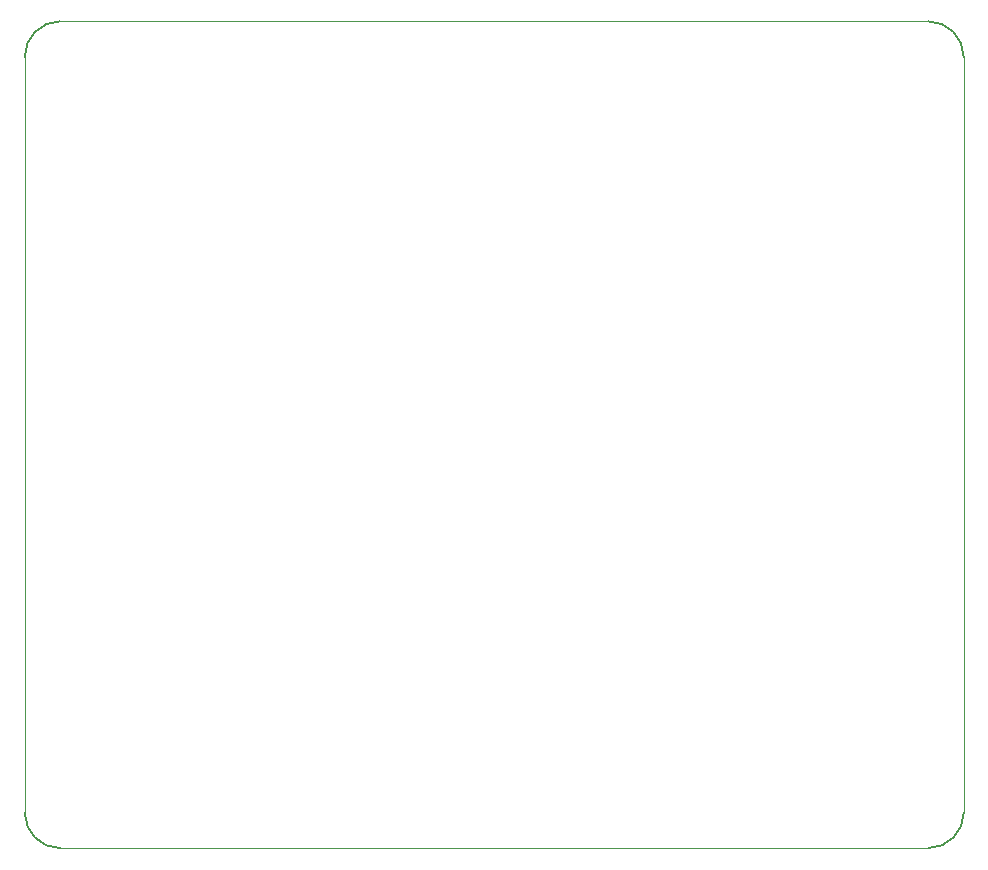
<source format=gbr>
%TF.GenerationSoftware,KiCad,Pcbnew,9.0.1*%
%TF.CreationDate,2025-04-21T04:08:06+03:00*%
%TF.ProjectId,k1921vg015_devboard,6b313932-3176-4673-9031-355f64657662,rev?*%
%TF.SameCoordinates,Original*%
%TF.FileFunction,Profile,NP*%
%FSLAX46Y46*%
G04 Gerber Fmt 4.6, Leading zero omitted, Abs format (unit mm)*
G04 Created by KiCad (PCBNEW 9.0.1) date 2025-04-21 04:08:06*
%MOMM*%
%LPD*%
G01*
G04 APERTURE LIST*
%TA.AperFunction,Profile*%
%ADD10C,0.050000*%
%TD*%
%TA.AperFunction,Profile*%
%ADD11C,0.200000*%
%TD*%
G04 APERTURE END LIST*
D10*
X3000000Y-35000000D02*
X76500000Y-35000000D01*
X3000000Y35000000D02*
X76499999Y34999998D01*
D11*
X79500000Y-32000000D02*
G75*
G02*
X76500000Y-35000000I-3000000J0D01*
G01*
X3000000Y-35000000D02*
G75*
G02*
X0Y-32000000I0J3000000D01*
G01*
X76499999Y34999999D02*
G75*
G02*
X79499999Y31999999I1J-2999999D01*
G01*
D10*
X1Y32000000D02*
X0Y-32000000D01*
D11*
X0Y32000000D02*
G75*
G02*
X3000000Y35000000I2999998J2D01*
G01*
D10*
X79500000Y32000000D02*
X79500000Y-32000000D01*
M02*

</source>
